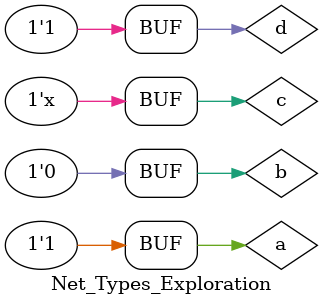
<source format=v>
`timescale 1ns / 1ps


module Net_Types_Exploration;
  wand a;
  wor b;
  tri c;
  triand d;
  assign a = 1'b1;
  assign b = 1'b0;
  assign c = 1'bz;
  assign d = 1'b1;
  initial begin
    #5
    $monitor("a=%b b=%b c=%b d=%b", a, b, c, d);
  end
 endmodule


</source>
